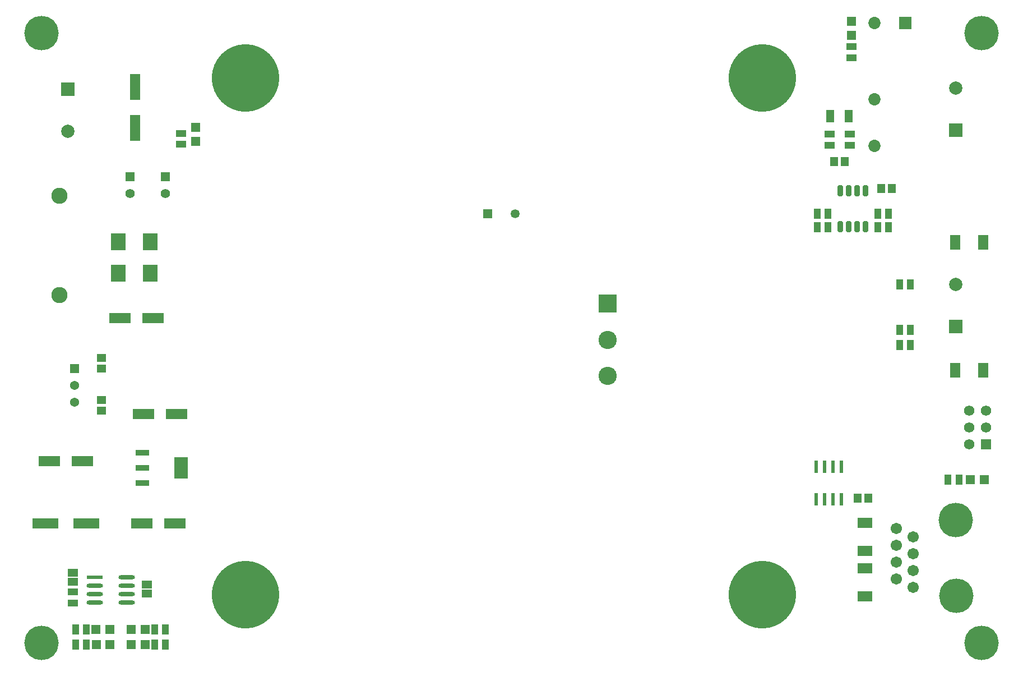
<source format=gts>
G04*
G04 #@! TF.GenerationSoftware,Altium Limited,Altium Designer,24.6.1 (21)*
G04*
G04 Layer_Color=8388736*
%FSLAX25Y25*%
%MOIN*%
G70*
G04*
G04 #@! TF.SameCoordinates,65BBE5AF-797C-4DEE-A542-627196F68B12*
G04*
G04*
G04 #@! TF.FilePolarity,Negative*
G04*
G01*
G75*
%ADD17R,0.12598X0.06299*%
%ADD18R,0.08661X0.09843*%
%ADD19R,0.09752X0.02367*%
G04:AMPARAMS|DCode=20|XSize=97.52mil|YSize=23.67mil|CornerRadius=11.84mil|HoleSize=0mil|Usage=FLASHONLY|Rotation=0.000|XOffset=0mil|YOffset=0mil|HoleType=Round|Shape=RoundedRectangle|*
%AMROUNDEDRECTD20*
21,1,0.09752,0.00000,0,0,0.0*
21,1,0.07385,0.02367,0,0,0.0*
1,1,0.02367,0.03693,0.00000*
1,1,0.02367,-0.03693,0.00000*
1,1,0.02367,-0.03693,0.00000*
1,1,0.02367,0.03693,0.00000*
%
%ADD20ROUNDEDRECTD20*%
%ADD21R,0.08465X0.12795*%
%ADD22R,0.08465X0.03740*%
%ADD24R,0.02087X0.07795*%
%ADD25R,0.08583X0.06378*%
%ADD29R,0.06378X0.08583*%
%ADD30R,0.05733X0.05136*%
%ADD31R,0.05136X0.05733*%
%ADD35R,0.15748X0.06299*%
%ADD36R,0.06299X0.15748*%
%ADD37R,0.05524X0.05524*%
%ADD38R,0.06115X0.04147*%
%ADD39R,0.04147X0.06115*%
%ADD40R,0.06115X0.05131*%
%ADD41R,0.05524X0.05524*%
%ADD42R,0.05131X0.07296*%
G04:AMPARAMS|DCode=43|XSize=31.62mil|YSize=65.09mil|CornerRadius=6.01mil|HoleSize=0mil|Usage=FLASHONLY|Rotation=180.000|XOffset=0mil|YOffset=0mil|HoleType=Round|Shape=RoundedRectangle|*
%AMROUNDEDRECTD43*
21,1,0.03162,0.05307,0,0,180.0*
21,1,0.01961,0.06509,0,0,180.0*
1,1,0.01202,-0.00980,0.02653*
1,1,0.01202,0.00980,0.02653*
1,1,0.01202,0.00980,-0.02653*
1,1,0.01202,-0.00980,-0.02653*
%
%ADD43ROUNDEDRECTD43*%
%ADD44C,0.05315*%
%ADD45R,0.05315X0.05315*%
%ADD46C,0.05398*%
%ADD47R,0.05398X0.05398*%
%ADD48R,0.06181X0.06181*%
%ADD49C,0.06181*%
%ADD50C,0.40170*%
%ADD51R,0.07887X0.07887*%
%ADD52C,0.07887*%
%ADD53R,0.05512X0.05512*%
%ADD54C,0.05512*%
%ADD55R,0.07296X0.07296*%
%ADD56C,0.07296*%
%ADD57C,0.06706*%
%ADD58C,0.20485*%
%ADD59C,0.09658*%
%ADD60C,0.10827*%
%ADD61R,0.10827X0.10827*%
D17*
X143842Y228000D02*
D03*
X124158D02*
D03*
X199843Y256000D02*
D03*
X180157D02*
D03*
X179000Y191000D02*
D03*
X198685D02*
D03*
X166000Y313000D02*
D03*
X185685D02*
D03*
D18*
X165000Y339748D02*
D03*
Y358252D02*
D03*
X184000Y339748D02*
D03*
Y358252D02*
D03*
D19*
X151000Y159000D02*
D03*
D20*
Y154000D02*
D03*
Y149000D02*
D03*
Y144000D02*
D03*
X170000D02*
D03*
Y149000D02*
D03*
Y154000D02*
D03*
Y159000D02*
D03*
D21*
X202417Y224000D02*
D03*
D22*
X179583Y214945D02*
D03*
Y224000D02*
D03*
Y233055D02*
D03*
D24*
X595000Y224705D02*
D03*
X590000D02*
D03*
X585000D02*
D03*
X580000D02*
D03*
X585000Y205295D02*
D03*
X590000D02*
D03*
X595000D02*
D03*
X580000D02*
D03*
D25*
X609000Y191307D02*
D03*
Y174693D02*
D03*
Y164307D02*
D03*
Y147693D02*
D03*
D29*
X662693Y358000D02*
D03*
X679307D02*
D03*
X662693Y282000D02*
D03*
X679307D02*
D03*
D30*
X155000Y289172D02*
D03*
Y282828D02*
D03*
Y257828D02*
D03*
Y264172D02*
D03*
D31*
X625172Y390000D02*
D03*
X618828D02*
D03*
X597172Y406000D02*
D03*
X590828D02*
D03*
X604828Y206000D02*
D03*
X611172D02*
D03*
D35*
X146205Y191000D02*
D03*
X121795D02*
D03*
D36*
X175000Y425795D02*
D03*
Y450205D02*
D03*
D37*
X172866Y119000D02*
D03*
X181134D02*
D03*
X160134Y128000D02*
D03*
X151866D02*
D03*
X671732Y217000D02*
D03*
X680000D02*
D03*
X160268Y119000D02*
D03*
X152000D02*
D03*
X172866Y128000D02*
D03*
X181134D02*
D03*
D38*
X601000Y474248D02*
D03*
Y467752D02*
D03*
X600000Y422248D02*
D03*
Y415752D02*
D03*
X588000Y422248D02*
D03*
Y415752D02*
D03*
X138000Y150248D02*
D03*
Y143752D02*
D03*
X202579Y422748D02*
D03*
Y416252D02*
D03*
D39*
X623248Y375000D02*
D03*
X616752D02*
D03*
X139752Y119000D02*
D03*
X146248D02*
D03*
X629752Y297000D02*
D03*
X636248D02*
D03*
X580752Y375000D02*
D03*
X587248D02*
D03*
X636248Y333000D02*
D03*
X629752D02*
D03*
X623248Y367000D02*
D03*
X616752D02*
D03*
X193248Y119000D02*
D03*
X186752D02*
D03*
X193248Y128000D02*
D03*
X186752D02*
D03*
X139752D02*
D03*
X146248D02*
D03*
X658618Y217000D02*
D03*
X665114D02*
D03*
X580752Y367000D02*
D03*
X587248D02*
D03*
X629752Y306000D02*
D03*
X636248D02*
D03*
D40*
X182000Y154756D02*
D03*
Y149244D02*
D03*
X138000Y161756D02*
D03*
Y156244D02*
D03*
D41*
X211000Y417866D02*
D03*
Y426134D02*
D03*
X601000Y489134D02*
D03*
Y480866D02*
D03*
D42*
X588390Y433000D02*
D03*
X599610D02*
D03*
D43*
X604500Y388728D02*
D03*
X609500D02*
D03*
X599500D02*
D03*
X594500D02*
D03*
X609500Y367272D02*
D03*
X604500D02*
D03*
X599500D02*
D03*
X594500D02*
D03*
D44*
X401071Y375000D02*
D03*
D45*
X384929D02*
D03*
D46*
X139000Y263000D02*
D03*
Y273000D02*
D03*
D47*
Y283000D02*
D03*
D48*
X681000Y238000D02*
D03*
D49*
Y248000D02*
D03*
Y258000D02*
D03*
X671000Y238000D02*
D03*
Y248000D02*
D03*
Y258000D02*
D03*
D50*
X240937Y455524D02*
D03*
Y148437D02*
D03*
X548024Y455524D02*
D03*
Y148437D02*
D03*
D51*
X663000Y308000D02*
D03*
Y424500D02*
D03*
X135000Y449000D02*
D03*
D52*
X663000Y333000D02*
D03*
Y449500D02*
D03*
X135000Y424000D02*
D03*
D53*
X172181Y396921D02*
D03*
X193181D02*
D03*
D54*
X172181Y387079D02*
D03*
X193181D02*
D03*
D55*
X633252Y488221D02*
D03*
D56*
X614748Y442945D02*
D03*
Y415386D02*
D03*
Y488221D02*
D03*
D57*
X627881Y177816D02*
D03*
X637881Y162816D02*
D03*
X627881Y167816D02*
D03*
X637881Y172816D02*
D03*
Y182816D02*
D03*
X627881Y187816D02*
D03*
X637881Y152816D02*
D03*
X627881Y157816D02*
D03*
D58*
X663000Y193000D02*
D03*
X663500Y148000D02*
D03*
X678576Y120076D02*
D03*
Y482281D02*
D03*
X119521Y120076D02*
D03*
Y482281D02*
D03*
D59*
X130000Y326472D02*
D03*
Y385528D02*
D03*
D60*
X456000Y278504D02*
D03*
Y300000D02*
D03*
D61*
Y321496D02*
D03*
M02*

</source>
